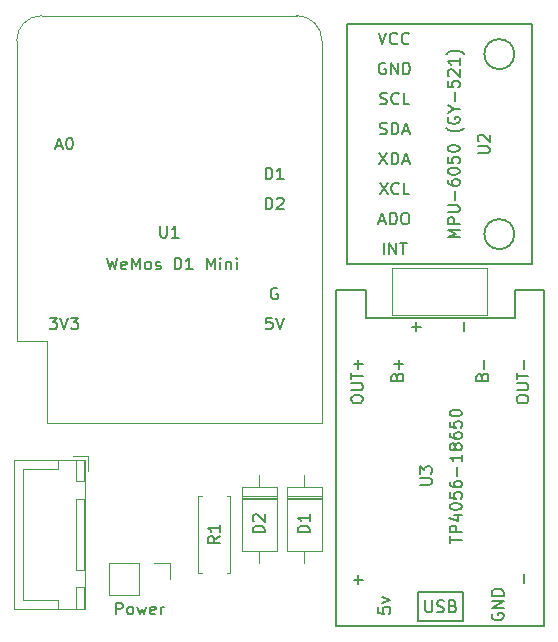
<source format=gbr>
%TF.GenerationSoftware,KiCad,Pcbnew,(6.0.2)*%
%TF.CreationDate,2022-02-25T22:38:09-05:00*%
%TF.ProjectId,SlimeVRMobo,536c696d-6556-4524-9d6f-626f2e6b6963,rev?*%
%TF.SameCoordinates,Original*%
%TF.FileFunction,Legend,Top*%
%TF.FilePolarity,Positive*%
%FSLAX46Y46*%
G04 Gerber Fmt 4.6, Leading zero omitted, Abs format (unit mm)*
G04 Created by KiCad (PCBNEW (6.0.2)) date 2022-02-25 22:38:09*
%MOMM*%
%LPD*%
G01*
G04 APERTURE LIST*
%ADD10C,0.150000*%
%ADD11C,0.120000*%
G04 APERTURE END LIST*
D10*
%TO.C,BT1*%
X161901428Y-103456952D02*
X161901428Y-102695047D01*
X162282380Y-103076000D02*
X161520476Y-103076000D01*
X165901428Y-103456952D02*
X165901428Y-102695047D01*
%TO.C,U1*%
X140208095Y-94542380D02*
X140208095Y-95351904D01*
X140255714Y-95447142D01*
X140303333Y-95494761D01*
X140398571Y-95542380D01*
X140589047Y-95542380D01*
X140684285Y-95494761D01*
X140731904Y-95447142D01*
X140779523Y-95351904D01*
X140779523Y-94542380D01*
X141779523Y-95542380D02*
X141208095Y-95542380D01*
X141493809Y-95542380D02*
X141493809Y-94542380D01*
X141398571Y-94685238D01*
X141303333Y-94780476D01*
X141208095Y-94828095D01*
X135716190Y-97242380D02*
X135954285Y-98242380D01*
X136144761Y-97528095D01*
X136335238Y-98242380D01*
X136573333Y-97242380D01*
X137335238Y-98194761D02*
X137240000Y-98242380D01*
X137049523Y-98242380D01*
X136954285Y-98194761D01*
X136906666Y-98099523D01*
X136906666Y-97718571D01*
X136954285Y-97623333D01*
X137049523Y-97575714D01*
X137240000Y-97575714D01*
X137335238Y-97623333D01*
X137382857Y-97718571D01*
X137382857Y-97813809D01*
X136906666Y-97909047D01*
X137811428Y-98242380D02*
X137811428Y-97242380D01*
X138144761Y-97956666D01*
X138478095Y-97242380D01*
X138478095Y-98242380D01*
X139097142Y-98242380D02*
X139001904Y-98194761D01*
X138954285Y-98147142D01*
X138906666Y-98051904D01*
X138906666Y-97766190D01*
X138954285Y-97670952D01*
X139001904Y-97623333D01*
X139097142Y-97575714D01*
X139240000Y-97575714D01*
X139335238Y-97623333D01*
X139382857Y-97670952D01*
X139430476Y-97766190D01*
X139430476Y-98051904D01*
X139382857Y-98147142D01*
X139335238Y-98194761D01*
X139240000Y-98242380D01*
X139097142Y-98242380D01*
X139811428Y-98194761D02*
X139906666Y-98242380D01*
X140097142Y-98242380D01*
X140192380Y-98194761D01*
X140240000Y-98099523D01*
X140240000Y-98051904D01*
X140192380Y-97956666D01*
X140097142Y-97909047D01*
X139954285Y-97909047D01*
X139859047Y-97861428D01*
X139811428Y-97766190D01*
X139811428Y-97718571D01*
X139859047Y-97623333D01*
X139954285Y-97575714D01*
X140097142Y-97575714D01*
X140192380Y-97623333D01*
X141430476Y-98242380D02*
X141430476Y-97242380D01*
X141668571Y-97242380D01*
X141811428Y-97290000D01*
X141906666Y-97385238D01*
X141954285Y-97480476D01*
X142001904Y-97670952D01*
X142001904Y-97813809D01*
X141954285Y-98004285D01*
X141906666Y-98099523D01*
X141811428Y-98194761D01*
X141668571Y-98242380D01*
X141430476Y-98242380D01*
X142954285Y-98242380D02*
X142382857Y-98242380D01*
X142668571Y-98242380D02*
X142668571Y-97242380D01*
X142573333Y-97385238D01*
X142478095Y-97480476D01*
X142382857Y-97528095D01*
X144144761Y-98242380D02*
X144144761Y-97242380D01*
X144478095Y-97956666D01*
X144811428Y-97242380D01*
X144811428Y-98242380D01*
X145287619Y-98242380D02*
X145287619Y-97575714D01*
X145287619Y-97242380D02*
X145240000Y-97290000D01*
X145287619Y-97337619D01*
X145335238Y-97290000D01*
X145287619Y-97242380D01*
X145287619Y-97337619D01*
X145763809Y-97575714D02*
X145763809Y-98242380D01*
X145763809Y-97670952D02*
X145811428Y-97623333D01*
X145906666Y-97575714D01*
X146049523Y-97575714D01*
X146144761Y-97623333D01*
X146192380Y-97718571D01*
X146192380Y-98242380D01*
X146668571Y-98242380D02*
X146668571Y-97575714D01*
X146668571Y-97242380D02*
X146620952Y-97290000D01*
X146668571Y-97337619D01*
X146716190Y-97290000D01*
X146668571Y-97242380D01*
X146668571Y-97337619D01*
X150121904Y-99830000D02*
X150026666Y-99782380D01*
X149883809Y-99782380D01*
X149740952Y-99830000D01*
X149645714Y-99925238D01*
X149598095Y-100020476D01*
X149550476Y-100210952D01*
X149550476Y-100353809D01*
X149598095Y-100544285D01*
X149645714Y-100639523D01*
X149740952Y-100734761D01*
X149883809Y-100782380D01*
X149979047Y-100782380D01*
X150121904Y-100734761D01*
X150169523Y-100687142D01*
X150169523Y-100353809D01*
X149979047Y-100353809D01*
X149121904Y-93162380D02*
X149121904Y-92162380D01*
X149360000Y-92162380D01*
X149502857Y-92210000D01*
X149598095Y-92305238D01*
X149645714Y-92400476D01*
X149693333Y-92590952D01*
X149693333Y-92733809D01*
X149645714Y-92924285D01*
X149598095Y-93019523D01*
X149502857Y-93114761D01*
X149360000Y-93162380D01*
X149121904Y-93162380D01*
X150074285Y-92257619D02*
X150121904Y-92210000D01*
X150217142Y-92162380D01*
X150455238Y-92162380D01*
X150550476Y-92210000D01*
X150598095Y-92257619D01*
X150645714Y-92352857D01*
X150645714Y-92448095D01*
X150598095Y-92590952D01*
X150026666Y-93162380D01*
X150645714Y-93162380D01*
X149121904Y-90622380D02*
X149121904Y-89622380D01*
X149360000Y-89622380D01*
X149502857Y-89670000D01*
X149598095Y-89765238D01*
X149645714Y-89860476D01*
X149693333Y-90050952D01*
X149693333Y-90193809D01*
X149645714Y-90384285D01*
X149598095Y-90479523D01*
X149502857Y-90574761D01*
X149360000Y-90622380D01*
X149121904Y-90622380D01*
X150645714Y-90622380D02*
X150074285Y-90622380D01*
X150360000Y-90622380D02*
X150360000Y-89622380D01*
X150264761Y-89765238D01*
X150169523Y-89860476D01*
X150074285Y-89908095D01*
X149669523Y-102322380D02*
X149193333Y-102322380D01*
X149145714Y-102798571D01*
X149193333Y-102750952D01*
X149288571Y-102703333D01*
X149526666Y-102703333D01*
X149621904Y-102750952D01*
X149669523Y-102798571D01*
X149717142Y-102893809D01*
X149717142Y-103131904D01*
X149669523Y-103227142D01*
X149621904Y-103274761D01*
X149526666Y-103322380D01*
X149288571Y-103322380D01*
X149193333Y-103274761D01*
X149145714Y-103227142D01*
X150002857Y-102322380D02*
X150336190Y-103322380D01*
X150669523Y-102322380D01*
X130841904Y-102322380D02*
X131460952Y-102322380D01*
X131127619Y-102703333D01*
X131270476Y-102703333D01*
X131365714Y-102750952D01*
X131413333Y-102798571D01*
X131460952Y-102893809D01*
X131460952Y-103131904D01*
X131413333Y-103227142D01*
X131365714Y-103274761D01*
X131270476Y-103322380D01*
X130984761Y-103322380D01*
X130889523Y-103274761D01*
X130841904Y-103227142D01*
X131746666Y-102322380D02*
X132080000Y-103322380D01*
X132413333Y-102322380D01*
X132651428Y-102322380D02*
X133270476Y-102322380D01*
X132937142Y-102703333D01*
X133080000Y-102703333D01*
X133175238Y-102750952D01*
X133222857Y-102798571D01*
X133270476Y-102893809D01*
X133270476Y-103131904D01*
X133222857Y-103227142D01*
X133175238Y-103274761D01*
X133080000Y-103322380D01*
X132794285Y-103322380D01*
X132699047Y-103274761D01*
X132651428Y-103227142D01*
X131365714Y-87796666D02*
X131841904Y-87796666D01*
X131270476Y-88082380D02*
X131603809Y-87082380D01*
X131937142Y-88082380D01*
X132460952Y-87082380D02*
X132556190Y-87082380D01*
X132651428Y-87130000D01*
X132699047Y-87177619D01*
X132746666Y-87272857D01*
X132794285Y-87463333D01*
X132794285Y-87701428D01*
X132746666Y-87891904D01*
X132699047Y-87987142D01*
X132651428Y-88034761D01*
X132556190Y-88082380D01*
X132460952Y-88082380D01*
X132365714Y-88034761D01*
X132318095Y-87987142D01*
X132270476Y-87891904D01*
X132222857Y-87701428D01*
X132222857Y-87463333D01*
X132270476Y-87272857D01*
X132318095Y-87177619D01*
X132365714Y-87130000D01*
X132460952Y-87082380D01*
%TO.C,U2*%
X167092380Y-88391904D02*
X167901904Y-88391904D01*
X167997142Y-88344285D01*
X168044761Y-88296666D01*
X168092380Y-88201428D01*
X168092380Y-88010952D01*
X168044761Y-87915714D01*
X167997142Y-87868095D01*
X167901904Y-87820476D01*
X167092380Y-87820476D01*
X167187619Y-87391904D02*
X167140000Y-87344285D01*
X167092380Y-87249047D01*
X167092380Y-87010952D01*
X167140000Y-86915714D01*
X167187619Y-86868095D01*
X167282857Y-86820476D01*
X167378095Y-86820476D01*
X167520952Y-86868095D01*
X168092380Y-87439523D01*
X168092380Y-86820476D01*
X165552380Y-95534761D02*
X164552380Y-95534761D01*
X165266666Y-95201428D01*
X164552380Y-94868095D01*
X165552380Y-94868095D01*
X165552380Y-94391904D02*
X164552380Y-94391904D01*
X164552380Y-94010952D01*
X164600000Y-93915714D01*
X164647619Y-93868095D01*
X164742857Y-93820476D01*
X164885714Y-93820476D01*
X164980952Y-93868095D01*
X165028571Y-93915714D01*
X165076190Y-94010952D01*
X165076190Y-94391904D01*
X164552380Y-93391904D02*
X165361904Y-93391904D01*
X165457142Y-93344285D01*
X165504761Y-93296666D01*
X165552380Y-93201428D01*
X165552380Y-93010952D01*
X165504761Y-92915714D01*
X165457142Y-92868095D01*
X165361904Y-92820476D01*
X164552380Y-92820476D01*
X165171428Y-92344285D02*
X165171428Y-91582380D01*
X164552380Y-90677619D02*
X164552380Y-90868095D01*
X164600000Y-90963333D01*
X164647619Y-91010952D01*
X164790476Y-91106190D01*
X164980952Y-91153809D01*
X165361904Y-91153809D01*
X165457142Y-91106190D01*
X165504761Y-91058571D01*
X165552380Y-90963333D01*
X165552380Y-90772857D01*
X165504761Y-90677619D01*
X165457142Y-90630000D01*
X165361904Y-90582380D01*
X165123809Y-90582380D01*
X165028571Y-90630000D01*
X164980952Y-90677619D01*
X164933333Y-90772857D01*
X164933333Y-90963333D01*
X164980952Y-91058571D01*
X165028571Y-91106190D01*
X165123809Y-91153809D01*
X164552380Y-89963333D02*
X164552380Y-89868095D01*
X164600000Y-89772857D01*
X164647619Y-89725238D01*
X164742857Y-89677619D01*
X164933333Y-89630000D01*
X165171428Y-89630000D01*
X165361904Y-89677619D01*
X165457142Y-89725238D01*
X165504761Y-89772857D01*
X165552380Y-89868095D01*
X165552380Y-89963333D01*
X165504761Y-90058571D01*
X165457142Y-90106190D01*
X165361904Y-90153809D01*
X165171428Y-90201428D01*
X164933333Y-90201428D01*
X164742857Y-90153809D01*
X164647619Y-90106190D01*
X164600000Y-90058571D01*
X164552380Y-89963333D01*
X164552380Y-88725238D02*
X164552380Y-89201428D01*
X165028571Y-89249047D01*
X164980952Y-89201428D01*
X164933333Y-89106190D01*
X164933333Y-88868095D01*
X164980952Y-88772857D01*
X165028571Y-88725238D01*
X165123809Y-88677619D01*
X165361904Y-88677619D01*
X165457142Y-88725238D01*
X165504761Y-88772857D01*
X165552380Y-88868095D01*
X165552380Y-89106190D01*
X165504761Y-89201428D01*
X165457142Y-89249047D01*
X164552380Y-88058571D02*
X164552380Y-87963333D01*
X164600000Y-87868095D01*
X164647619Y-87820476D01*
X164742857Y-87772857D01*
X164933333Y-87725238D01*
X165171428Y-87725238D01*
X165361904Y-87772857D01*
X165457142Y-87820476D01*
X165504761Y-87868095D01*
X165552380Y-87963333D01*
X165552380Y-88058571D01*
X165504761Y-88153809D01*
X165457142Y-88201428D01*
X165361904Y-88249047D01*
X165171428Y-88296666D01*
X164933333Y-88296666D01*
X164742857Y-88249047D01*
X164647619Y-88201428D01*
X164600000Y-88153809D01*
X164552380Y-88058571D01*
X165933333Y-86249047D02*
X165885714Y-86296666D01*
X165742857Y-86391904D01*
X165647619Y-86439523D01*
X165504761Y-86487142D01*
X165266666Y-86534761D01*
X165076190Y-86534761D01*
X164838095Y-86487142D01*
X164695238Y-86439523D01*
X164600000Y-86391904D01*
X164457142Y-86296666D01*
X164409523Y-86249047D01*
X164600000Y-85344285D02*
X164552380Y-85439523D01*
X164552380Y-85582380D01*
X164600000Y-85725238D01*
X164695238Y-85820476D01*
X164790476Y-85868095D01*
X164980952Y-85915714D01*
X165123809Y-85915714D01*
X165314285Y-85868095D01*
X165409523Y-85820476D01*
X165504761Y-85725238D01*
X165552380Y-85582380D01*
X165552380Y-85487142D01*
X165504761Y-85344285D01*
X165457142Y-85296666D01*
X165123809Y-85296666D01*
X165123809Y-85487142D01*
X165076190Y-84677619D02*
X165552380Y-84677619D01*
X164552380Y-85010952D02*
X165076190Y-84677619D01*
X164552380Y-84344285D01*
X165171428Y-84010952D02*
X165171428Y-83249047D01*
X164552380Y-82296666D02*
X164552380Y-82772857D01*
X165028571Y-82820476D01*
X164980952Y-82772857D01*
X164933333Y-82677619D01*
X164933333Y-82439523D01*
X164980952Y-82344285D01*
X165028571Y-82296666D01*
X165123809Y-82249047D01*
X165361904Y-82249047D01*
X165457142Y-82296666D01*
X165504761Y-82344285D01*
X165552380Y-82439523D01*
X165552380Y-82677619D01*
X165504761Y-82772857D01*
X165457142Y-82820476D01*
X164647619Y-81868095D02*
X164600000Y-81820476D01*
X164552380Y-81725238D01*
X164552380Y-81487142D01*
X164600000Y-81391904D01*
X164647619Y-81344285D01*
X164742857Y-81296666D01*
X164838095Y-81296666D01*
X164980952Y-81344285D01*
X165552380Y-81915714D01*
X165552380Y-81296666D01*
X165552380Y-80344285D02*
X165552380Y-80915714D01*
X165552380Y-80630000D02*
X164552380Y-80630000D01*
X164695238Y-80725238D01*
X164790476Y-80820476D01*
X164838095Y-80915714D01*
X165933333Y-80010952D02*
X165885714Y-79963333D01*
X165742857Y-79868095D01*
X165647619Y-79820476D01*
X165504761Y-79772857D01*
X165266666Y-79725238D01*
X165076190Y-79725238D01*
X164838095Y-79772857D01*
X164695238Y-79820476D01*
X164600000Y-79868095D01*
X164457142Y-79963333D01*
X164409523Y-80010952D01*
X158758095Y-94146666D02*
X159234285Y-94146666D01*
X158662857Y-94432380D02*
X158996190Y-93432380D01*
X159329523Y-94432380D01*
X159662857Y-94432380D02*
X159662857Y-93432380D01*
X159900952Y-93432380D01*
X160043809Y-93480000D01*
X160139047Y-93575238D01*
X160186666Y-93670476D01*
X160234285Y-93860952D01*
X160234285Y-94003809D01*
X160186666Y-94194285D01*
X160139047Y-94289523D01*
X160043809Y-94384761D01*
X159900952Y-94432380D01*
X159662857Y-94432380D01*
X160853333Y-93432380D02*
X161043809Y-93432380D01*
X161139047Y-93480000D01*
X161234285Y-93575238D01*
X161281904Y-93765714D01*
X161281904Y-94099047D01*
X161234285Y-94289523D01*
X161139047Y-94384761D01*
X161043809Y-94432380D01*
X160853333Y-94432380D01*
X160758095Y-94384761D01*
X160662857Y-94289523D01*
X160615238Y-94099047D01*
X160615238Y-93765714D01*
X160662857Y-93575238D01*
X160758095Y-93480000D01*
X160853333Y-93432380D01*
X159115238Y-96972380D02*
X159115238Y-95972380D01*
X159591428Y-96972380D02*
X159591428Y-95972380D01*
X160162857Y-96972380D01*
X160162857Y-95972380D01*
X160496190Y-95972380D02*
X161067619Y-95972380D01*
X160781904Y-96972380D02*
X160781904Y-95972380D01*
X158686666Y-78192380D02*
X159020000Y-79192380D01*
X159353333Y-78192380D01*
X160258095Y-79097142D02*
X160210476Y-79144761D01*
X160067619Y-79192380D01*
X159972380Y-79192380D01*
X159829523Y-79144761D01*
X159734285Y-79049523D01*
X159686666Y-78954285D01*
X159639047Y-78763809D01*
X159639047Y-78620952D01*
X159686666Y-78430476D01*
X159734285Y-78335238D01*
X159829523Y-78240000D01*
X159972380Y-78192380D01*
X160067619Y-78192380D01*
X160210476Y-78240000D01*
X160258095Y-78287619D01*
X161258095Y-79097142D02*
X161210476Y-79144761D01*
X161067619Y-79192380D01*
X160972380Y-79192380D01*
X160829523Y-79144761D01*
X160734285Y-79049523D01*
X160686666Y-78954285D01*
X160639047Y-78763809D01*
X160639047Y-78620952D01*
X160686666Y-78430476D01*
X160734285Y-78335238D01*
X160829523Y-78240000D01*
X160972380Y-78192380D01*
X161067619Y-78192380D01*
X161210476Y-78240000D01*
X161258095Y-78287619D01*
X159258095Y-80780000D02*
X159162857Y-80732380D01*
X159020000Y-80732380D01*
X158877142Y-80780000D01*
X158781904Y-80875238D01*
X158734285Y-80970476D01*
X158686666Y-81160952D01*
X158686666Y-81303809D01*
X158734285Y-81494285D01*
X158781904Y-81589523D01*
X158877142Y-81684761D01*
X159020000Y-81732380D01*
X159115238Y-81732380D01*
X159258095Y-81684761D01*
X159305714Y-81637142D01*
X159305714Y-81303809D01*
X159115238Y-81303809D01*
X159734285Y-81732380D02*
X159734285Y-80732380D01*
X160305714Y-81732380D01*
X160305714Y-80732380D01*
X160781904Y-81732380D02*
X160781904Y-80732380D01*
X161020000Y-80732380D01*
X161162857Y-80780000D01*
X161258095Y-80875238D01*
X161305714Y-80970476D01*
X161353333Y-81160952D01*
X161353333Y-81303809D01*
X161305714Y-81494285D01*
X161258095Y-81589523D01*
X161162857Y-81684761D01*
X161020000Y-81732380D01*
X160781904Y-81732380D01*
X158758095Y-88352380D02*
X159424761Y-89352380D01*
X159424761Y-88352380D02*
X158758095Y-89352380D01*
X159805714Y-89352380D02*
X159805714Y-88352380D01*
X160043809Y-88352380D01*
X160186666Y-88400000D01*
X160281904Y-88495238D01*
X160329523Y-88590476D01*
X160377142Y-88780952D01*
X160377142Y-88923809D01*
X160329523Y-89114285D01*
X160281904Y-89209523D01*
X160186666Y-89304761D01*
X160043809Y-89352380D01*
X159805714Y-89352380D01*
X160758095Y-89066666D02*
X161234285Y-89066666D01*
X160662857Y-89352380D02*
X160996190Y-88352380D01*
X161329523Y-89352380D01*
X158805714Y-86764761D02*
X158948571Y-86812380D01*
X159186666Y-86812380D01*
X159281904Y-86764761D01*
X159329523Y-86717142D01*
X159377142Y-86621904D01*
X159377142Y-86526666D01*
X159329523Y-86431428D01*
X159281904Y-86383809D01*
X159186666Y-86336190D01*
X158996190Y-86288571D01*
X158900952Y-86240952D01*
X158853333Y-86193333D01*
X158805714Y-86098095D01*
X158805714Y-86002857D01*
X158853333Y-85907619D01*
X158900952Y-85860000D01*
X158996190Y-85812380D01*
X159234285Y-85812380D01*
X159377142Y-85860000D01*
X159805714Y-86812380D02*
X159805714Y-85812380D01*
X160043809Y-85812380D01*
X160186666Y-85860000D01*
X160281904Y-85955238D01*
X160329523Y-86050476D01*
X160377142Y-86240952D01*
X160377142Y-86383809D01*
X160329523Y-86574285D01*
X160281904Y-86669523D01*
X160186666Y-86764761D01*
X160043809Y-86812380D01*
X159805714Y-86812380D01*
X160758095Y-86526666D02*
X161234285Y-86526666D01*
X160662857Y-86812380D02*
X160996190Y-85812380D01*
X161329523Y-86812380D01*
X158829523Y-84224761D02*
X158972380Y-84272380D01*
X159210476Y-84272380D01*
X159305714Y-84224761D01*
X159353333Y-84177142D01*
X159400952Y-84081904D01*
X159400952Y-83986666D01*
X159353333Y-83891428D01*
X159305714Y-83843809D01*
X159210476Y-83796190D01*
X159020000Y-83748571D01*
X158924761Y-83700952D01*
X158877142Y-83653333D01*
X158829523Y-83558095D01*
X158829523Y-83462857D01*
X158877142Y-83367619D01*
X158924761Y-83320000D01*
X159020000Y-83272380D01*
X159258095Y-83272380D01*
X159400952Y-83320000D01*
X160400952Y-84177142D02*
X160353333Y-84224761D01*
X160210476Y-84272380D01*
X160115238Y-84272380D01*
X159972380Y-84224761D01*
X159877142Y-84129523D01*
X159829523Y-84034285D01*
X159781904Y-83843809D01*
X159781904Y-83700952D01*
X159829523Y-83510476D01*
X159877142Y-83415238D01*
X159972380Y-83320000D01*
X160115238Y-83272380D01*
X160210476Y-83272380D01*
X160353333Y-83320000D01*
X160400952Y-83367619D01*
X161305714Y-84272380D02*
X160829523Y-84272380D01*
X160829523Y-83272380D01*
X158781904Y-90892380D02*
X159448571Y-91892380D01*
X159448571Y-90892380D02*
X158781904Y-91892380D01*
X160400952Y-91797142D02*
X160353333Y-91844761D01*
X160210476Y-91892380D01*
X160115238Y-91892380D01*
X159972380Y-91844761D01*
X159877142Y-91749523D01*
X159829523Y-91654285D01*
X159781904Y-91463809D01*
X159781904Y-91320952D01*
X159829523Y-91130476D01*
X159877142Y-91035238D01*
X159972380Y-90940000D01*
X160115238Y-90892380D01*
X160210476Y-90892380D01*
X160353333Y-90940000D01*
X160400952Y-90987619D01*
X161305714Y-91892380D02*
X160829523Y-91892380D01*
X160829523Y-90892380D01*
%TO.C,J2*%
X136453809Y-127452380D02*
X136453809Y-126452380D01*
X136834761Y-126452380D01*
X136930000Y-126500000D01*
X136977619Y-126547619D01*
X137025238Y-126642857D01*
X137025238Y-126785714D01*
X136977619Y-126880952D01*
X136930000Y-126928571D01*
X136834761Y-126976190D01*
X136453809Y-126976190D01*
X137596666Y-127452380D02*
X137501428Y-127404761D01*
X137453809Y-127357142D01*
X137406190Y-127261904D01*
X137406190Y-126976190D01*
X137453809Y-126880952D01*
X137501428Y-126833333D01*
X137596666Y-126785714D01*
X137739523Y-126785714D01*
X137834761Y-126833333D01*
X137882380Y-126880952D01*
X137930000Y-126976190D01*
X137930000Y-127261904D01*
X137882380Y-127357142D01*
X137834761Y-127404761D01*
X137739523Y-127452380D01*
X137596666Y-127452380D01*
X138263333Y-126785714D02*
X138453809Y-127452380D01*
X138644285Y-126976190D01*
X138834761Y-127452380D01*
X139025238Y-126785714D01*
X139787142Y-127404761D02*
X139691904Y-127452380D01*
X139501428Y-127452380D01*
X139406190Y-127404761D01*
X139358571Y-127309523D01*
X139358571Y-126928571D01*
X139406190Y-126833333D01*
X139501428Y-126785714D01*
X139691904Y-126785714D01*
X139787142Y-126833333D01*
X139834761Y-126928571D01*
X139834761Y-127023809D01*
X139358571Y-127119047D01*
X140263333Y-127452380D02*
X140263333Y-126785714D01*
X140263333Y-126976190D02*
X140310952Y-126880952D01*
X140358571Y-126833333D01*
X140453809Y-126785714D01*
X140549047Y-126785714D01*
%TO.C,U3*%
X162189880Y-116474404D02*
X162999404Y-116474404D01*
X163094642Y-116426785D01*
X163142261Y-116379166D01*
X163189880Y-116283928D01*
X163189880Y-116093452D01*
X163142261Y-115998214D01*
X163094642Y-115950595D01*
X162999404Y-115902976D01*
X162189880Y-115902976D01*
X162189880Y-115522023D02*
X162189880Y-114902976D01*
X162570833Y-115236309D01*
X162570833Y-115093452D01*
X162618452Y-114998214D01*
X162666071Y-114950595D01*
X162761309Y-114902976D01*
X162999404Y-114902976D01*
X163094642Y-114950595D01*
X163142261Y-114998214D01*
X163189880Y-115093452D01*
X163189880Y-115379166D01*
X163142261Y-115474404D01*
X163094642Y-115522023D01*
X167446071Y-107316666D02*
X167493690Y-107173809D01*
X167541309Y-107126190D01*
X167636547Y-107078571D01*
X167779404Y-107078571D01*
X167874642Y-107126190D01*
X167922261Y-107173809D01*
X167969880Y-107269047D01*
X167969880Y-107650000D01*
X166969880Y-107650000D01*
X166969880Y-107316666D01*
X167017500Y-107221428D01*
X167065119Y-107173809D01*
X167160357Y-107126190D01*
X167255595Y-107126190D01*
X167350833Y-107173809D01*
X167398452Y-107221428D01*
X167446071Y-107316666D01*
X167446071Y-107650000D01*
X167588928Y-106650000D02*
X167588928Y-105888095D01*
X164729880Y-121402976D02*
X164729880Y-120831547D01*
X165729880Y-121117261D02*
X164729880Y-121117261D01*
X165729880Y-120498214D02*
X164729880Y-120498214D01*
X164729880Y-120117261D01*
X164777500Y-120022023D01*
X164825119Y-119974404D01*
X164920357Y-119926785D01*
X165063214Y-119926785D01*
X165158452Y-119974404D01*
X165206071Y-120022023D01*
X165253690Y-120117261D01*
X165253690Y-120498214D01*
X165063214Y-119069642D02*
X165729880Y-119069642D01*
X164682261Y-119307738D02*
X165396547Y-119545833D01*
X165396547Y-118926785D01*
X164729880Y-118355357D02*
X164729880Y-118260119D01*
X164777500Y-118164880D01*
X164825119Y-118117261D01*
X164920357Y-118069642D01*
X165110833Y-118022023D01*
X165348928Y-118022023D01*
X165539404Y-118069642D01*
X165634642Y-118117261D01*
X165682261Y-118164880D01*
X165729880Y-118260119D01*
X165729880Y-118355357D01*
X165682261Y-118450595D01*
X165634642Y-118498214D01*
X165539404Y-118545833D01*
X165348928Y-118593452D01*
X165110833Y-118593452D01*
X164920357Y-118545833D01*
X164825119Y-118498214D01*
X164777500Y-118450595D01*
X164729880Y-118355357D01*
X164729880Y-117117261D02*
X164729880Y-117593452D01*
X165206071Y-117641071D01*
X165158452Y-117593452D01*
X165110833Y-117498214D01*
X165110833Y-117260119D01*
X165158452Y-117164880D01*
X165206071Y-117117261D01*
X165301309Y-117069642D01*
X165539404Y-117069642D01*
X165634642Y-117117261D01*
X165682261Y-117164880D01*
X165729880Y-117260119D01*
X165729880Y-117498214D01*
X165682261Y-117593452D01*
X165634642Y-117641071D01*
X164729880Y-116212500D02*
X164729880Y-116402976D01*
X164777500Y-116498214D01*
X164825119Y-116545833D01*
X164967976Y-116641071D01*
X165158452Y-116688690D01*
X165539404Y-116688690D01*
X165634642Y-116641071D01*
X165682261Y-116593452D01*
X165729880Y-116498214D01*
X165729880Y-116307738D01*
X165682261Y-116212500D01*
X165634642Y-116164880D01*
X165539404Y-116117261D01*
X165301309Y-116117261D01*
X165206071Y-116164880D01*
X165158452Y-116212500D01*
X165110833Y-116307738D01*
X165110833Y-116498214D01*
X165158452Y-116593452D01*
X165206071Y-116641071D01*
X165301309Y-116688690D01*
X165348928Y-115688690D02*
X165348928Y-114926785D01*
X165729880Y-113926785D02*
X165729880Y-114498214D01*
X165729880Y-114212500D02*
X164729880Y-114212500D01*
X164872738Y-114307738D01*
X164967976Y-114402976D01*
X165015595Y-114498214D01*
X165158452Y-113355357D02*
X165110833Y-113450595D01*
X165063214Y-113498214D01*
X164967976Y-113545833D01*
X164920357Y-113545833D01*
X164825119Y-113498214D01*
X164777500Y-113450595D01*
X164729880Y-113355357D01*
X164729880Y-113164880D01*
X164777500Y-113069642D01*
X164825119Y-113022023D01*
X164920357Y-112974404D01*
X164967976Y-112974404D01*
X165063214Y-113022023D01*
X165110833Y-113069642D01*
X165158452Y-113164880D01*
X165158452Y-113355357D01*
X165206071Y-113450595D01*
X165253690Y-113498214D01*
X165348928Y-113545833D01*
X165539404Y-113545833D01*
X165634642Y-113498214D01*
X165682261Y-113450595D01*
X165729880Y-113355357D01*
X165729880Y-113164880D01*
X165682261Y-113069642D01*
X165634642Y-113022023D01*
X165539404Y-112974404D01*
X165348928Y-112974404D01*
X165253690Y-113022023D01*
X165206071Y-113069642D01*
X165158452Y-113164880D01*
X164729880Y-112117261D02*
X164729880Y-112307738D01*
X164777500Y-112402976D01*
X164825119Y-112450595D01*
X164967976Y-112545833D01*
X165158452Y-112593452D01*
X165539404Y-112593452D01*
X165634642Y-112545833D01*
X165682261Y-112498214D01*
X165729880Y-112402976D01*
X165729880Y-112212500D01*
X165682261Y-112117261D01*
X165634642Y-112069642D01*
X165539404Y-112022023D01*
X165301309Y-112022023D01*
X165206071Y-112069642D01*
X165158452Y-112117261D01*
X165110833Y-112212500D01*
X165110833Y-112402976D01*
X165158452Y-112498214D01*
X165206071Y-112545833D01*
X165301309Y-112593452D01*
X164729880Y-111117261D02*
X164729880Y-111593452D01*
X165206071Y-111641071D01*
X165158452Y-111593452D01*
X165110833Y-111498214D01*
X165110833Y-111260119D01*
X165158452Y-111164880D01*
X165206071Y-111117261D01*
X165301309Y-111069642D01*
X165539404Y-111069642D01*
X165634642Y-111117261D01*
X165682261Y-111164880D01*
X165729880Y-111260119D01*
X165729880Y-111498214D01*
X165682261Y-111593452D01*
X165634642Y-111641071D01*
X164729880Y-110450595D02*
X164729880Y-110355357D01*
X164777500Y-110260119D01*
X164825119Y-110212500D01*
X164920357Y-110164880D01*
X165110833Y-110117261D01*
X165348928Y-110117261D01*
X165539404Y-110164880D01*
X165634642Y-110212500D01*
X165682261Y-110260119D01*
X165729880Y-110355357D01*
X165729880Y-110450595D01*
X165682261Y-110545833D01*
X165634642Y-110593452D01*
X165539404Y-110641071D01*
X165348928Y-110688690D01*
X165110833Y-110688690D01*
X164920357Y-110641071D01*
X164825119Y-110593452D01*
X164777500Y-110545833D01*
X164729880Y-110450595D01*
X168317500Y-127374404D02*
X168269880Y-127469642D01*
X168269880Y-127612500D01*
X168317500Y-127755357D01*
X168412738Y-127850595D01*
X168507976Y-127898214D01*
X168698452Y-127945833D01*
X168841309Y-127945833D01*
X169031785Y-127898214D01*
X169127023Y-127850595D01*
X169222261Y-127755357D01*
X169269880Y-127612500D01*
X169269880Y-127517261D01*
X169222261Y-127374404D01*
X169174642Y-127326785D01*
X168841309Y-127326785D01*
X168841309Y-127517261D01*
X169269880Y-126898214D02*
X168269880Y-126898214D01*
X169269880Y-126326785D01*
X168269880Y-126326785D01*
X169269880Y-125850595D02*
X168269880Y-125850595D01*
X168269880Y-125612500D01*
X168317500Y-125469642D01*
X168412738Y-125374404D01*
X168507976Y-125326785D01*
X168698452Y-125279166D01*
X168841309Y-125279166D01*
X169031785Y-125326785D01*
X169127023Y-125374404D01*
X169222261Y-125469642D01*
X169269880Y-125612500D01*
X169269880Y-125850595D01*
X160246071Y-107316666D02*
X160293690Y-107173809D01*
X160341309Y-107126190D01*
X160436547Y-107078571D01*
X160579404Y-107078571D01*
X160674642Y-107126190D01*
X160722261Y-107173809D01*
X160769880Y-107269047D01*
X160769880Y-107650000D01*
X159769880Y-107650000D01*
X159769880Y-107316666D01*
X159817500Y-107221428D01*
X159865119Y-107173809D01*
X159960357Y-107126190D01*
X160055595Y-107126190D01*
X160150833Y-107173809D01*
X160198452Y-107221428D01*
X160246071Y-107316666D01*
X160246071Y-107650000D01*
X160388928Y-106650000D02*
X160388928Y-105888095D01*
X160769880Y-106269047D02*
X160007976Y-106269047D01*
X158669880Y-126855357D02*
X158669880Y-127331547D01*
X159146071Y-127379166D01*
X159098452Y-127331547D01*
X159050833Y-127236309D01*
X159050833Y-126998214D01*
X159098452Y-126902976D01*
X159146071Y-126855357D01*
X159241309Y-126807738D01*
X159479404Y-126807738D01*
X159574642Y-126855357D01*
X159622261Y-126902976D01*
X159669880Y-126998214D01*
X159669880Y-127236309D01*
X159622261Y-127331547D01*
X159574642Y-127379166D01*
X159003214Y-126474404D02*
X159669880Y-126236309D01*
X159003214Y-125998214D01*
X156988928Y-124893452D02*
X156988928Y-124131547D01*
X157369880Y-124512500D02*
X156607976Y-124512500D01*
X162655595Y-126264880D02*
X162655595Y-127074404D01*
X162703214Y-127169642D01*
X162750833Y-127217261D01*
X162846071Y-127264880D01*
X163036547Y-127264880D01*
X163131785Y-127217261D01*
X163179404Y-127169642D01*
X163227023Y-127074404D01*
X163227023Y-126264880D01*
X163655595Y-127217261D02*
X163798452Y-127264880D01*
X164036547Y-127264880D01*
X164131785Y-127217261D01*
X164179404Y-127169642D01*
X164227023Y-127074404D01*
X164227023Y-126979166D01*
X164179404Y-126883928D01*
X164131785Y-126836309D01*
X164036547Y-126788690D01*
X163846071Y-126741071D01*
X163750833Y-126693452D01*
X163703214Y-126645833D01*
X163655595Y-126550595D01*
X163655595Y-126455357D01*
X163703214Y-126360119D01*
X163750833Y-126312500D01*
X163846071Y-126264880D01*
X164084166Y-126264880D01*
X164227023Y-126312500D01*
X164988928Y-126741071D02*
X165131785Y-126788690D01*
X165179404Y-126836309D01*
X165227023Y-126931547D01*
X165227023Y-127074404D01*
X165179404Y-127169642D01*
X165131785Y-127217261D01*
X165036547Y-127264880D01*
X164655595Y-127264880D01*
X164655595Y-126264880D01*
X164988928Y-126264880D01*
X165084166Y-126312500D01*
X165131785Y-126360119D01*
X165179404Y-126455357D01*
X165179404Y-126550595D01*
X165131785Y-126645833D01*
X165084166Y-126693452D01*
X164988928Y-126741071D01*
X164655595Y-126741071D01*
X170988928Y-124793452D02*
X170988928Y-124031547D01*
X156369880Y-109316666D02*
X156369880Y-109126190D01*
X156417500Y-109030952D01*
X156512738Y-108935714D01*
X156703214Y-108888095D01*
X157036547Y-108888095D01*
X157227023Y-108935714D01*
X157322261Y-109030952D01*
X157369880Y-109126190D01*
X157369880Y-109316666D01*
X157322261Y-109411904D01*
X157227023Y-109507142D01*
X157036547Y-109554761D01*
X156703214Y-109554761D01*
X156512738Y-109507142D01*
X156417500Y-109411904D01*
X156369880Y-109316666D01*
X156369880Y-108459523D02*
X157179404Y-108459523D01*
X157274642Y-108411904D01*
X157322261Y-108364285D01*
X157369880Y-108269047D01*
X157369880Y-108078571D01*
X157322261Y-107983333D01*
X157274642Y-107935714D01*
X157179404Y-107888095D01*
X156369880Y-107888095D01*
X156369880Y-107554761D02*
X156369880Y-106983333D01*
X157369880Y-107269047D02*
X156369880Y-107269047D01*
X156988928Y-106650000D02*
X156988928Y-105888095D01*
X157369880Y-106269047D02*
X156607976Y-106269047D01*
X170369880Y-109316666D02*
X170369880Y-109126190D01*
X170417500Y-109030952D01*
X170512738Y-108935714D01*
X170703214Y-108888095D01*
X171036547Y-108888095D01*
X171227023Y-108935714D01*
X171322261Y-109030952D01*
X171369880Y-109126190D01*
X171369880Y-109316666D01*
X171322261Y-109411904D01*
X171227023Y-109507142D01*
X171036547Y-109554761D01*
X170703214Y-109554761D01*
X170512738Y-109507142D01*
X170417500Y-109411904D01*
X170369880Y-109316666D01*
X170369880Y-108459523D02*
X171179404Y-108459523D01*
X171274642Y-108411904D01*
X171322261Y-108364285D01*
X171369880Y-108269047D01*
X171369880Y-108078571D01*
X171322261Y-107983333D01*
X171274642Y-107935714D01*
X171179404Y-107888095D01*
X170369880Y-107888095D01*
X170369880Y-107554761D02*
X170369880Y-106983333D01*
X171369880Y-107269047D02*
X170369880Y-107269047D01*
X170988928Y-106650000D02*
X170988928Y-105888095D01*
%TO.C,D1*%
X152852380Y-120508095D02*
X151852380Y-120508095D01*
X151852380Y-120270000D01*
X151900000Y-120127142D01*
X151995238Y-120031904D01*
X152090476Y-119984285D01*
X152280952Y-119936666D01*
X152423809Y-119936666D01*
X152614285Y-119984285D01*
X152709523Y-120031904D01*
X152804761Y-120127142D01*
X152852380Y-120270000D01*
X152852380Y-120508095D01*
X152852380Y-118984285D02*
X152852380Y-119555714D01*
X152852380Y-119270000D02*
X151852380Y-119270000D01*
X151995238Y-119365238D01*
X152090476Y-119460476D01*
X152138095Y-119555714D01*
%TO.C,R1*%
X145232380Y-120816666D02*
X144756190Y-121150000D01*
X145232380Y-121388095D02*
X144232380Y-121388095D01*
X144232380Y-121007142D01*
X144280000Y-120911904D01*
X144327619Y-120864285D01*
X144422857Y-120816666D01*
X144565714Y-120816666D01*
X144660952Y-120864285D01*
X144708571Y-120911904D01*
X144756190Y-121007142D01*
X144756190Y-121388095D01*
X145232380Y-119864285D02*
X145232380Y-120435714D01*
X145232380Y-120150000D02*
X144232380Y-120150000D01*
X144375238Y-120245238D01*
X144470476Y-120340476D01*
X144518095Y-120435714D01*
%TO.C,D2*%
X149042380Y-120508095D02*
X148042380Y-120508095D01*
X148042380Y-120270000D01*
X148090000Y-120127142D01*
X148185238Y-120031904D01*
X148280476Y-119984285D01*
X148470952Y-119936666D01*
X148613809Y-119936666D01*
X148804285Y-119984285D01*
X148899523Y-120031904D01*
X148994761Y-120127142D01*
X149042380Y-120270000D01*
X149042380Y-120508095D01*
X148137619Y-119555714D02*
X148090000Y-119508095D01*
X148042380Y-119412857D01*
X148042380Y-119174761D01*
X148090000Y-119079523D01*
X148137619Y-119031904D01*
X148232857Y-118984285D01*
X148328095Y-118984285D01*
X148470952Y-119031904D01*
X149042380Y-119603333D01*
X149042380Y-118984285D01*
D11*
%TO.C,J1*%
X133785000Y-126950000D02*
X133785000Y-125150000D01*
X133785000Y-117650000D02*
X133035000Y-117650000D01*
X131535000Y-126950000D02*
X131535000Y-126200000D01*
X133785000Y-114350000D02*
X133035000Y-114350000D01*
X133785000Y-123650000D02*
X133785000Y-117650000D01*
X127825000Y-126960000D02*
X133795000Y-126960000D01*
X134085000Y-115300000D02*
X134085000Y-114050000D01*
X133035000Y-117650000D02*
X133035000Y-123650000D01*
X133785000Y-116150000D02*
X133785000Y-114350000D01*
X128585000Y-126200000D02*
X128585000Y-120650000D01*
X133035000Y-123650000D02*
X133785000Y-123650000D01*
X133795000Y-114340000D02*
X127825000Y-114340000D01*
X127825000Y-114340000D02*
X127825000Y-126960000D01*
X133035000Y-125150000D02*
X133035000Y-126950000D01*
X128585000Y-115100000D02*
X128585000Y-120650000D01*
X133785000Y-125150000D02*
X133035000Y-125150000D01*
X131535000Y-114350000D02*
X131535000Y-115100000D01*
X133035000Y-116150000D02*
X133785000Y-116150000D01*
X131535000Y-115100000D02*
X128585000Y-115100000D01*
X133795000Y-126960000D02*
X133795000Y-114340000D01*
X133035000Y-114350000D02*
X133035000Y-116150000D01*
X133035000Y-126950000D02*
X133785000Y-126950000D01*
X131535000Y-126200000D02*
X128585000Y-126200000D01*
X134085000Y-114050000D02*
X132835000Y-114050000D01*
%TO.C,BT1*%
X167830000Y-98076000D02*
X159830000Y-98076000D01*
X167830000Y-102076000D02*
X167830000Y-98076000D01*
X159830000Y-102076000D02*
X167830000Y-102076000D01*
X159830000Y-98076000D02*
X159830000Y-102076000D01*
%TO.C,U1*%
X128040000Y-104310000D02*
X130580000Y-104310000D01*
X130580000Y-104310000D02*
X130580000Y-111210000D01*
X128040000Y-104310000D02*
X128040000Y-78880000D01*
X153900000Y-111210000D02*
X153900000Y-78880000D01*
X130580000Y-111210000D02*
X153900000Y-111210000D01*
X151780000Y-76750000D02*
X130170000Y-76750000D01*
X130170000Y-76750000D02*
G75*
G03*
X128040000Y-78880000I2J-2130002D01*
G01*
X153900000Y-78880000D02*
G75*
G03*
X151770000Y-76750000I-2130002J-2D01*
G01*
D10*
%TO.C,U2*%
X170180000Y-95250000D02*
G75*
G03*
X170180000Y-95250000I-1270000J0D01*
G01*
X170180000Y-80010000D02*
G75*
G03*
X170180000Y-80010000I-1270000J0D01*
G01*
X171640500Y-97790000D02*
X156019500Y-97790000D01*
X171640500Y-77470000D02*
X171640500Y-97790000D01*
X156019500Y-77470000D02*
X171640500Y-77470000D01*
X156019500Y-97790000D02*
X156019500Y-77470000D01*
D11*
%TO.C,J2*%
X138430000Y-125790000D02*
X135830000Y-125790000D01*
X141030000Y-123130000D02*
X141030000Y-124460000D01*
X138430000Y-123130000D02*
X138430000Y-125790000D01*
X138430000Y-123130000D02*
X135830000Y-123130000D01*
X135830000Y-123130000D02*
X135830000Y-125790000D01*
X139700000Y-123130000D02*
X141030000Y-123130000D01*
D10*
%TO.C,U3*%
X170517500Y-100012500D02*
X170817500Y-100012500D01*
X165817500Y-128012500D02*
X162017500Y-128012500D01*
X170217500Y-100012500D02*
X172717500Y-100012500D01*
X162017500Y-125512500D02*
X165817500Y-125512500D01*
X172717500Y-128412500D02*
X155117500Y-128412500D01*
X155117500Y-100012500D02*
X157617500Y-100012500D01*
X165817500Y-125512500D02*
X165817500Y-128012500D01*
X157617500Y-102312500D02*
X170217500Y-102312500D01*
X157617500Y-100012500D02*
X157617500Y-102312500D01*
X172717500Y-100012500D02*
X172717500Y-128412500D01*
X170217500Y-102312500D02*
X170217500Y-100012500D01*
X162017500Y-128012500D02*
X162017500Y-125512500D01*
X155117500Y-128412500D02*
X155117500Y-100012500D01*
D11*
%TO.C,D1*%
X152400000Y-123120000D02*
X152400000Y-122100000D01*
X153870000Y-122100000D02*
X153870000Y-116660000D01*
X150930000Y-116660000D02*
X150930000Y-122100000D01*
X153870000Y-117560000D02*
X150930000Y-117560000D01*
X153870000Y-116660000D02*
X150930000Y-116660000D01*
X153870000Y-117440000D02*
X150930000Y-117440000D01*
X152400000Y-115640000D02*
X152400000Y-116660000D01*
X153870000Y-117680000D02*
X150930000Y-117680000D01*
X150930000Y-122100000D02*
X153870000Y-122100000D01*
%TO.C,R1*%
X143410000Y-117380000D02*
X143410000Y-123920000D01*
X143410000Y-123920000D02*
X143740000Y-123920000D01*
X145820000Y-117380000D02*
X146150000Y-117380000D01*
X143740000Y-117380000D02*
X143410000Y-117380000D01*
X146150000Y-117380000D02*
X146150000Y-123920000D01*
X146150000Y-123920000D02*
X145820000Y-123920000D01*
%TO.C,D2*%
X148590000Y-115640000D02*
X148590000Y-116660000D01*
X150060000Y-122100000D02*
X150060000Y-116660000D01*
X147120000Y-122100000D02*
X150060000Y-122100000D01*
X150060000Y-117440000D02*
X147120000Y-117440000D01*
X150060000Y-116660000D02*
X147120000Y-116660000D01*
X150060000Y-117680000D02*
X147120000Y-117680000D01*
X147120000Y-116660000D02*
X147120000Y-122100000D01*
X148590000Y-123120000D02*
X148590000Y-122100000D01*
X150060000Y-117560000D02*
X147120000Y-117560000D01*
%TD*%
M02*

</source>
